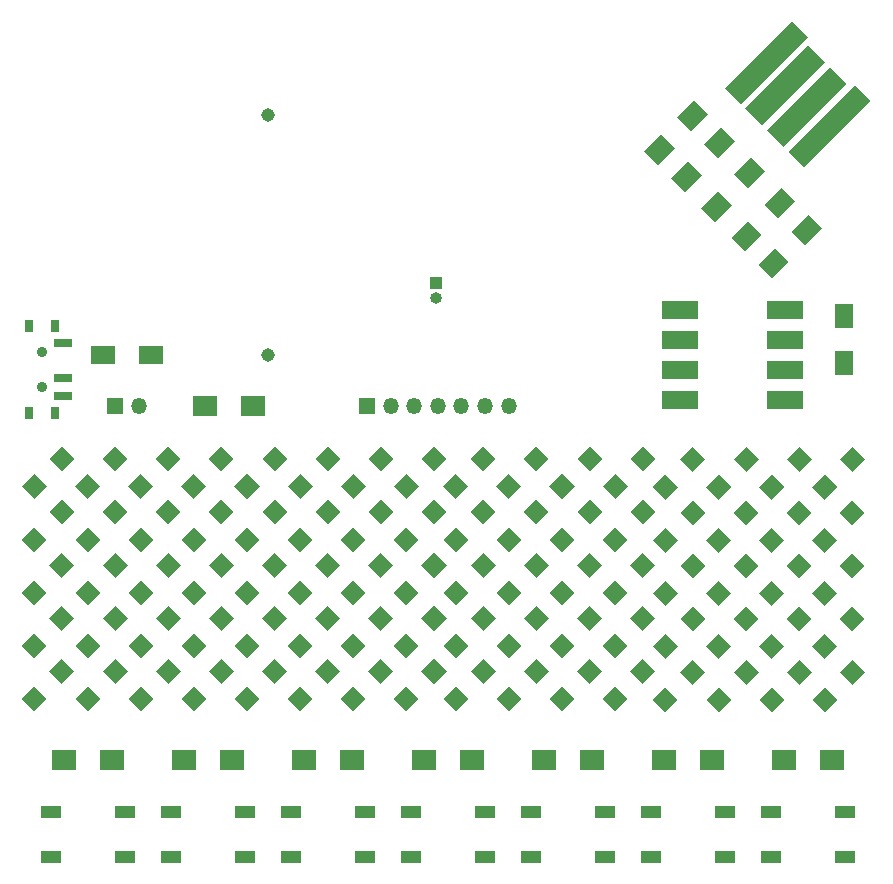
<source format=gbr>
G04 #@! TF.FileFunction,Soldermask,Top*
%FSLAX46Y46*%
G04 Gerber Fmt 4.6, Leading zero omitted, Abs format (unit mm)*
G04 Created by KiCad (PCBNEW 4.0.6) date 06/29/17 03:27:00*
%MOMM*%
%LPD*%
G01*
G04 APERTURE LIST*
%ADD10C,0.100000*%
%ADD11C,1.143000*%
%ADD12R,1.000000X1.000000*%
%ADD13O,1.000000X1.000000*%
%ADD14R,2.000000X1.700000*%
%ADD15R,3.100000X1.600000*%
%ADD16R,1.600000X2.000000*%
%ADD17C,0.900000*%
%ADD18R,1.500000X0.700000*%
%ADD19R,0.800000X1.000000*%
%ADD20R,1.350000X1.350000*%
%ADD21O,1.350000X1.350000*%
%ADD22R,1.700000X1.000000*%
%ADD23R,2.000000X1.600000*%
G04 APERTURE END LIST*
D10*
D11*
X195580000Y-60960000D03*
X195580000Y-81280000D03*
D10*
G36*
X241261279Y-54384070D02*
X235604424Y-60040925D01*
X234260921Y-58697422D01*
X239917776Y-53040567D01*
X241261279Y-54384070D01*
X241261279Y-54384070D01*
G37*
G36*
X246649433Y-59772224D02*
X240992578Y-65429079D01*
X239649075Y-64085576D01*
X245305930Y-58428721D01*
X246649433Y-59772224D01*
X246649433Y-59772224D01*
G37*
G36*
X244556396Y-58386295D02*
X239253095Y-63689596D01*
X237838882Y-62275383D01*
X243142183Y-56972082D01*
X244556396Y-58386295D01*
X244556396Y-58386295D01*
G37*
G36*
X242717918Y-56547817D02*
X237414617Y-61851118D01*
X236000404Y-60436905D01*
X241303705Y-55133604D01*
X242717918Y-56547817D01*
X242717918Y-56547817D01*
G37*
D12*
X209804000Y-75184000D03*
D13*
X209804000Y-76454000D03*
D10*
G36*
X230889720Y-67492362D02*
X229687638Y-66290280D01*
X231101852Y-64876066D01*
X232303934Y-66078148D01*
X230889720Y-67492362D01*
X230889720Y-67492362D01*
G37*
G36*
X233718148Y-64663934D02*
X232516066Y-63461852D01*
X233930280Y-62047638D01*
X235132362Y-63249720D01*
X233718148Y-64663934D01*
X233718148Y-64663934D01*
G37*
G36*
X233429720Y-70032362D02*
X232227638Y-68830280D01*
X233641852Y-67416066D01*
X234843934Y-68618148D01*
X233429720Y-70032362D01*
X233429720Y-70032362D01*
G37*
G36*
X236258148Y-67203934D02*
X235056066Y-66001852D01*
X236470280Y-64587638D01*
X237672362Y-65789720D01*
X236258148Y-67203934D01*
X236258148Y-67203934D01*
G37*
G36*
X231644280Y-59761638D02*
X232846362Y-60963720D01*
X231432148Y-62377934D01*
X230230066Y-61175852D01*
X231644280Y-59761638D01*
X231644280Y-59761638D01*
G37*
G36*
X228815852Y-62590066D02*
X230017934Y-63792148D01*
X228603720Y-65206362D01*
X227401638Y-64004280D01*
X228815852Y-62590066D01*
X228815852Y-62590066D01*
G37*
D14*
X190278000Y-85598000D03*
X194278000Y-85598000D03*
X182340000Y-115570000D03*
X178340000Y-115570000D03*
X192500000Y-115570000D03*
X188500000Y-115570000D03*
X202660000Y-115570000D03*
X198660000Y-115570000D03*
X212820000Y-115570000D03*
X208820000Y-115570000D03*
X222980000Y-115570000D03*
X218980000Y-115570000D03*
X233140000Y-115570000D03*
X229140000Y-115570000D03*
X243300000Y-115570000D03*
X239300000Y-115570000D03*
D15*
X230505000Y-77470000D03*
X239395000Y-85090000D03*
X230505000Y-80010000D03*
X239395000Y-82550000D03*
X230505000Y-82550000D03*
X239395000Y-80010000D03*
X230505000Y-85090000D03*
X239395000Y-77470000D03*
D16*
X244348000Y-78010000D03*
X244348000Y-82010000D03*
D17*
X176454000Y-81050000D03*
X176454000Y-84050000D03*
D18*
X178214000Y-80300000D03*
X178214000Y-83300000D03*
X178214000Y-84800000D03*
D19*
X175354000Y-78900000D03*
X175354000Y-86200000D03*
X177564000Y-86200000D03*
X177564000Y-78900000D03*
D20*
X182626000Y-85598000D03*
D21*
X184626000Y-85598000D03*
D20*
X203962000Y-85598000D03*
D21*
X205962000Y-85598000D03*
X207962000Y-85598000D03*
X209962000Y-85598000D03*
X211962000Y-85598000D03*
X213962000Y-85598000D03*
X215962000Y-85598000D03*
D22*
X177190000Y-120020000D03*
X183490000Y-120020000D03*
X177190000Y-123820000D03*
X183490000Y-123820000D03*
X187350000Y-120020000D03*
X193650000Y-120020000D03*
X187350000Y-123820000D03*
X193650000Y-123820000D03*
X197510000Y-120020000D03*
X203810000Y-120020000D03*
X197510000Y-123820000D03*
X203810000Y-123820000D03*
X207670000Y-120020000D03*
X213970000Y-120020000D03*
X207670000Y-123820000D03*
X213970000Y-123820000D03*
X217830000Y-120020000D03*
X224130000Y-120020000D03*
X217830000Y-123820000D03*
X224130000Y-123820000D03*
X227990000Y-120020000D03*
X234290000Y-120020000D03*
X227990000Y-123820000D03*
X234290000Y-123820000D03*
X238150000Y-120020000D03*
X244450000Y-120020000D03*
X238150000Y-123820000D03*
X244450000Y-123820000D03*
D10*
G36*
X235934365Y-72537006D02*
X234802994Y-71405635D01*
X236217207Y-69991422D01*
X237348578Y-71122793D01*
X235934365Y-72537006D01*
X235934365Y-72537006D01*
G37*
G36*
X238762793Y-69708578D02*
X237631422Y-68577207D01*
X239045635Y-67162994D01*
X240177006Y-68294365D01*
X238762793Y-69708578D01*
X238762793Y-69708578D01*
G37*
G36*
X238220365Y-74823006D02*
X237088994Y-73691635D01*
X238503207Y-72277422D01*
X239634578Y-73408793D01*
X238220365Y-74823006D01*
X238220365Y-74823006D01*
G37*
G36*
X241048793Y-71994578D02*
X239917422Y-70863207D01*
X241331635Y-69448994D01*
X242463006Y-70580365D01*
X241048793Y-71994578D01*
X241048793Y-71994578D01*
G37*
D23*
X181642000Y-81280000D03*
X185642000Y-81280000D03*
D10*
G36*
X182636726Y-89042614D02*
X183697386Y-90103274D01*
X182636726Y-91163934D01*
X181576066Y-90103274D01*
X182636726Y-89042614D01*
X182636726Y-89042614D01*
G37*
G36*
X180303274Y-91376066D02*
X181363934Y-92436726D01*
X180303274Y-93497386D01*
X179242614Y-92436726D01*
X180303274Y-91376066D01*
X180303274Y-91376066D01*
G37*
G36*
X191636726Y-89042614D02*
X192697386Y-90103274D01*
X191636726Y-91163934D01*
X190576066Y-90103274D01*
X191636726Y-89042614D01*
X191636726Y-89042614D01*
G37*
G36*
X189303274Y-91376066D02*
X190363934Y-92436726D01*
X189303274Y-93497386D01*
X188242614Y-92436726D01*
X189303274Y-91376066D01*
X189303274Y-91376066D01*
G37*
G36*
X209636726Y-89042614D02*
X210697386Y-90103274D01*
X209636726Y-91163934D01*
X208576066Y-90103274D01*
X209636726Y-89042614D01*
X209636726Y-89042614D01*
G37*
G36*
X207303274Y-91376066D02*
X208363934Y-92436726D01*
X207303274Y-93497386D01*
X206242614Y-92436726D01*
X207303274Y-91376066D01*
X207303274Y-91376066D01*
G37*
G36*
X227306726Y-89042614D02*
X228367386Y-90103274D01*
X227306726Y-91163934D01*
X226246066Y-90103274D01*
X227306726Y-89042614D01*
X227306726Y-89042614D01*
G37*
G36*
X224973274Y-91376066D02*
X226033934Y-92436726D01*
X224973274Y-93497386D01*
X223912614Y-92436726D01*
X224973274Y-91376066D01*
X224973274Y-91376066D01*
G37*
G36*
X245061726Y-89097614D02*
X246122386Y-90158274D01*
X245061726Y-91218934D01*
X244001066Y-90158274D01*
X245061726Y-89097614D01*
X245061726Y-89097614D01*
G37*
G36*
X242728274Y-91431066D02*
X243788934Y-92491726D01*
X242728274Y-93552386D01*
X241667614Y-92491726D01*
X242728274Y-91431066D01*
X242728274Y-91431066D01*
G37*
G36*
X187136726Y-89042614D02*
X188197386Y-90103274D01*
X187136726Y-91163934D01*
X186076066Y-90103274D01*
X187136726Y-89042614D01*
X187136726Y-89042614D01*
G37*
G36*
X184803274Y-91376066D02*
X185863934Y-92436726D01*
X184803274Y-93497386D01*
X183742614Y-92436726D01*
X184803274Y-91376066D01*
X184803274Y-91376066D01*
G37*
G36*
X205136726Y-89042614D02*
X206197386Y-90103274D01*
X205136726Y-91163934D01*
X204076066Y-90103274D01*
X205136726Y-89042614D01*
X205136726Y-89042614D01*
G37*
G36*
X202803274Y-91376066D02*
X203863934Y-92436726D01*
X202803274Y-93497386D01*
X201742614Y-92436726D01*
X202803274Y-91376066D01*
X202803274Y-91376066D01*
G37*
G36*
X222806726Y-89042614D02*
X223867386Y-90103274D01*
X222806726Y-91163934D01*
X221746066Y-90103274D01*
X222806726Y-89042614D01*
X222806726Y-89042614D01*
G37*
G36*
X220473274Y-91376066D02*
X221533934Y-92436726D01*
X220473274Y-93497386D01*
X219412614Y-92436726D01*
X220473274Y-91376066D01*
X220473274Y-91376066D01*
G37*
G36*
X240561726Y-89097614D02*
X241622386Y-90158274D01*
X240561726Y-91218934D01*
X239501066Y-90158274D01*
X240561726Y-89097614D01*
X240561726Y-89097614D01*
G37*
G36*
X238228274Y-91431066D02*
X239288934Y-92491726D01*
X238228274Y-93552386D01*
X237167614Y-92491726D01*
X238228274Y-91431066D01*
X238228274Y-91431066D01*
G37*
G36*
X200636726Y-89042614D02*
X201697386Y-90103274D01*
X200636726Y-91163934D01*
X199576066Y-90103274D01*
X200636726Y-89042614D01*
X200636726Y-89042614D01*
G37*
G36*
X198303274Y-91376066D02*
X199363934Y-92436726D01*
X198303274Y-93497386D01*
X197242614Y-92436726D01*
X198303274Y-91376066D01*
X198303274Y-91376066D01*
G37*
G36*
X218306726Y-89042614D02*
X219367386Y-90103274D01*
X218306726Y-91163934D01*
X217246066Y-90103274D01*
X218306726Y-89042614D01*
X218306726Y-89042614D01*
G37*
G36*
X215973274Y-91376066D02*
X217033934Y-92436726D01*
X215973274Y-93497386D01*
X214912614Y-92436726D01*
X215973274Y-91376066D01*
X215973274Y-91376066D01*
G37*
G36*
X236061726Y-89097614D02*
X237122386Y-90158274D01*
X236061726Y-91218934D01*
X235001066Y-90158274D01*
X236061726Y-89097614D01*
X236061726Y-89097614D01*
G37*
G36*
X233728274Y-91431066D02*
X234788934Y-92491726D01*
X233728274Y-93552386D01*
X232667614Y-92491726D01*
X233728274Y-91431066D01*
X233728274Y-91431066D01*
G37*
G36*
X178136726Y-89042614D02*
X179197386Y-90103274D01*
X178136726Y-91163934D01*
X177076066Y-90103274D01*
X178136726Y-89042614D01*
X178136726Y-89042614D01*
G37*
G36*
X175803274Y-91376066D02*
X176863934Y-92436726D01*
X175803274Y-93497386D01*
X174742614Y-92436726D01*
X175803274Y-91376066D01*
X175803274Y-91376066D01*
G37*
G36*
X196136726Y-89042614D02*
X197197386Y-90103274D01*
X196136726Y-91163934D01*
X195076066Y-90103274D01*
X196136726Y-89042614D01*
X196136726Y-89042614D01*
G37*
G36*
X193803274Y-91376066D02*
X194863934Y-92436726D01*
X193803274Y-93497386D01*
X192742614Y-92436726D01*
X193803274Y-91376066D01*
X193803274Y-91376066D01*
G37*
G36*
X213806726Y-89042614D02*
X214867386Y-90103274D01*
X213806726Y-91163934D01*
X212746066Y-90103274D01*
X213806726Y-89042614D01*
X213806726Y-89042614D01*
G37*
G36*
X211473274Y-91376066D02*
X212533934Y-92436726D01*
X211473274Y-93497386D01*
X210412614Y-92436726D01*
X211473274Y-91376066D01*
X211473274Y-91376066D01*
G37*
G36*
X231561726Y-89097614D02*
X232622386Y-90158274D01*
X231561726Y-91218934D01*
X230501066Y-90158274D01*
X231561726Y-89097614D01*
X231561726Y-89097614D01*
G37*
G36*
X229228274Y-91431066D02*
X230288934Y-92491726D01*
X229228274Y-93552386D01*
X228167614Y-92491726D01*
X229228274Y-91431066D01*
X229228274Y-91431066D01*
G37*
G36*
X178136726Y-93542614D02*
X179197386Y-94603274D01*
X178136726Y-95663934D01*
X177076066Y-94603274D01*
X178136726Y-93542614D01*
X178136726Y-93542614D01*
G37*
G36*
X175803274Y-95876066D02*
X176863934Y-96936726D01*
X175803274Y-97997386D01*
X174742614Y-96936726D01*
X175803274Y-95876066D01*
X175803274Y-95876066D01*
G37*
G36*
X196136726Y-93542614D02*
X197197386Y-94603274D01*
X196136726Y-95663934D01*
X195076066Y-94603274D01*
X196136726Y-93542614D01*
X196136726Y-93542614D01*
G37*
G36*
X193803274Y-95876066D02*
X194863934Y-96936726D01*
X193803274Y-97997386D01*
X192742614Y-96936726D01*
X193803274Y-95876066D01*
X193803274Y-95876066D01*
G37*
G36*
X213806726Y-93542614D02*
X214867386Y-94603274D01*
X213806726Y-95663934D01*
X212746066Y-94603274D01*
X213806726Y-93542614D01*
X213806726Y-93542614D01*
G37*
G36*
X211473274Y-95876066D02*
X212533934Y-96936726D01*
X211473274Y-97997386D01*
X210412614Y-96936726D01*
X211473274Y-95876066D01*
X211473274Y-95876066D01*
G37*
G36*
X231561726Y-93597614D02*
X232622386Y-94658274D01*
X231561726Y-95718934D01*
X230501066Y-94658274D01*
X231561726Y-93597614D01*
X231561726Y-93597614D01*
G37*
G36*
X229228274Y-95931066D02*
X230288934Y-96991726D01*
X229228274Y-98052386D01*
X228167614Y-96991726D01*
X229228274Y-95931066D01*
X229228274Y-95931066D01*
G37*
G36*
X182636726Y-93542614D02*
X183697386Y-94603274D01*
X182636726Y-95663934D01*
X181576066Y-94603274D01*
X182636726Y-93542614D01*
X182636726Y-93542614D01*
G37*
G36*
X180303274Y-95876066D02*
X181363934Y-96936726D01*
X180303274Y-97997386D01*
X179242614Y-96936726D01*
X180303274Y-95876066D01*
X180303274Y-95876066D01*
G37*
G36*
X200636726Y-93542614D02*
X201697386Y-94603274D01*
X200636726Y-95663934D01*
X199576066Y-94603274D01*
X200636726Y-93542614D01*
X200636726Y-93542614D01*
G37*
G36*
X198303274Y-95876066D02*
X199363934Y-96936726D01*
X198303274Y-97997386D01*
X197242614Y-96936726D01*
X198303274Y-95876066D01*
X198303274Y-95876066D01*
G37*
G36*
X218306726Y-93542614D02*
X219367386Y-94603274D01*
X218306726Y-95663934D01*
X217246066Y-94603274D01*
X218306726Y-93542614D01*
X218306726Y-93542614D01*
G37*
G36*
X215973274Y-95876066D02*
X217033934Y-96936726D01*
X215973274Y-97997386D01*
X214912614Y-96936726D01*
X215973274Y-95876066D01*
X215973274Y-95876066D01*
G37*
G36*
X236061726Y-93597614D02*
X237122386Y-94658274D01*
X236061726Y-95718934D01*
X235001066Y-94658274D01*
X236061726Y-93597614D01*
X236061726Y-93597614D01*
G37*
G36*
X233728274Y-95931066D02*
X234788934Y-96991726D01*
X233728274Y-98052386D01*
X232667614Y-96991726D01*
X233728274Y-95931066D01*
X233728274Y-95931066D01*
G37*
G36*
X187136726Y-93542614D02*
X188197386Y-94603274D01*
X187136726Y-95663934D01*
X186076066Y-94603274D01*
X187136726Y-93542614D01*
X187136726Y-93542614D01*
G37*
G36*
X184803274Y-95876066D02*
X185863934Y-96936726D01*
X184803274Y-97997386D01*
X183742614Y-96936726D01*
X184803274Y-95876066D01*
X184803274Y-95876066D01*
G37*
G36*
X205136726Y-93542614D02*
X206197386Y-94603274D01*
X205136726Y-95663934D01*
X204076066Y-94603274D01*
X205136726Y-93542614D01*
X205136726Y-93542614D01*
G37*
G36*
X202803274Y-95876066D02*
X203863934Y-96936726D01*
X202803274Y-97997386D01*
X201742614Y-96936726D01*
X202803274Y-95876066D01*
X202803274Y-95876066D01*
G37*
G36*
X222806726Y-93542614D02*
X223867386Y-94603274D01*
X222806726Y-95663934D01*
X221746066Y-94603274D01*
X222806726Y-93542614D01*
X222806726Y-93542614D01*
G37*
G36*
X220473274Y-95876066D02*
X221533934Y-96936726D01*
X220473274Y-97997386D01*
X219412614Y-96936726D01*
X220473274Y-95876066D01*
X220473274Y-95876066D01*
G37*
G36*
X240561726Y-93597614D02*
X241622386Y-94658274D01*
X240561726Y-95718934D01*
X239501066Y-94658274D01*
X240561726Y-93597614D01*
X240561726Y-93597614D01*
G37*
G36*
X238228274Y-95931066D02*
X239288934Y-96991726D01*
X238228274Y-98052386D01*
X237167614Y-96991726D01*
X238228274Y-95931066D01*
X238228274Y-95931066D01*
G37*
G36*
X191636726Y-93542614D02*
X192697386Y-94603274D01*
X191636726Y-95663934D01*
X190576066Y-94603274D01*
X191636726Y-93542614D01*
X191636726Y-93542614D01*
G37*
G36*
X189303274Y-95876066D02*
X190363934Y-96936726D01*
X189303274Y-97997386D01*
X188242614Y-96936726D01*
X189303274Y-95876066D01*
X189303274Y-95876066D01*
G37*
G36*
X209636726Y-93542614D02*
X210697386Y-94603274D01*
X209636726Y-95663934D01*
X208576066Y-94603274D01*
X209636726Y-93542614D01*
X209636726Y-93542614D01*
G37*
G36*
X207303274Y-95876066D02*
X208363934Y-96936726D01*
X207303274Y-97997386D01*
X206242614Y-96936726D01*
X207303274Y-95876066D01*
X207303274Y-95876066D01*
G37*
G36*
X227306726Y-93542614D02*
X228367386Y-94603274D01*
X227306726Y-95663934D01*
X226246066Y-94603274D01*
X227306726Y-93542614D01*
X227306726Y-93542614D01*
G37*
G36*
X224973274Y-95876066D02*
X226033934Y-96936726D01*
X224973274Y-97997386D01*
X223912614Y-96936726D01*
X224973274Y-95876066D01*
X224973274Y-95876066D01*
G37*
G36*
X245061726Y-93597614D02*
X246122386Y-94658274D01*
X245061726Y-95718934D01*
X244001066Y-94658274D01*
X245061726Y-93597614D01*
X245061726Y-93597614D01*
G37*
G36*
X242728274Y-95931066D02*
X243788934Y-96991726D01*
X242728274Y-98052386D01*
X241667614Y-96991726D01*
X242728274Y-95931066D01*
X242728274Y-95931066D01*
G37*
G36*
X178136726Y-98042614D02*
X179197386Y-99103274D01*
X178136726Y-100163934D01*
X177076066Y-99103274D01*
X178136726Y-98042614D01*
X178136726Y-98042614D01*
G37*
G36*
X175803274Y-100376066D02*
X176863934Y-101436726D01*
X175803274Y-102497386D01*
X174742614Y-101436726D01*
X175803274Y-100376066D01*
X175803274Y-100376066D01*
G37*
G36*
X209636726Y-98042614D02*
X210697386Y-99103274D01*
X209636726Y-100163934D01*
X208576066Y-99103274D01*
X209636726Y-98042614D01*
X209636726Y-98042614D01*
G37*
G36*
X207303274Y-100376066D02*
X208363934Y-101436726D01*
X207303274Y-102497386D01*
X206242614Y-101436726D01*
X207303274Y-100376066D01*
X207303274Y-100376066D01*
G37*
G36*
X227306726Y-98042614D02*
X228367386Y-99103274D01*
X227306726Y-100163934D01*
X226246066Y-99103274D01*
X227306726Y-98042614D01*
X227306726Y-98042614D01*
G37*
G36*
X224973274Y-100376066D02*
X226033934Y-101436726D01*
X224973274Y-102497386D01*
X223912614Y-101436726D01*
X224973274Y-100376066D01*
X224973274Y-100376066D01*
G37*
G36*
X245061726Y-98097614D02*
X246122386Y-99158274D01*
X245061726Y-100218934D01*
X244001066Y-99158274D01*
X245061726Y-98097614D01*
X245061726Y-98097614D01*
G37*
G36*
X242728274Y-100431066D02*
X243788934Y-101491726D01*
X242728274Y-102552386D01*
X241667614Y-101491726D01*
X242728274Y-100431066D01*
X242728274Y-100431066D01*
G37*
G36*
X182636726Y-98042614D02*
X183697386Y-99103274D01*
X182636726Y-100163934D01*
X181576066Y-99103274D01*
X182636726Y-98042614D01*
X182636726Y-98042614D01*
G37*
G36*
X180303274Y-100376066D02*
X181363934Y-101436726D01*
X180303274Y-102497386D01*
X179242614Y-101436726D01*
X180303274Y-100376066D01*
X180303274Y-100376066D01*
G37*
G36*
X205136726Y-98042614D02*
X206197386Y-99103274D01*
X205136726Y-100163934D01*
X204076066Y-99103274D01*
X205136726Y-98042614D01*
X205136726Y-98042614D01*
G37*
G36*
X202803274Y-100376066D02*
X203863934Y-101436726D01*
X202803274Y-102497386D01*
X201742614Y-101436726D01*
X202803274Y-100376066D01*
X202803274Y-100376066D01*
G37*
G36*
X222806726Y-98042614D02*
X223867386Y-99103274D01*
X222806726Y-100163934D01*
X221746066Y-99103274D01*
X222806726Y-98042614D01*
X222806726Y-98042614D01*
G37*
G36*
X220473274Y-100376066D02*
X221533934Y-101436726D01*
X220473274Y-102497386D01*
X219412614Y-101436726D01*
X220473274Y-100376066D01*
X220473274Y-100376066D01*
G37*
G36*
X240561726Y-98097614D02*
X241622386Y-99158274D01*
X240561726Y-100218934D01*
X239501066Y-99158274D01*
X240561726Y-98097614D01*
X240561726Y-98097614D01*
G37*
G36*
X238228274Y-100431066D02*
X239288934Y-101491726D01*
X238228274Y-102552386D01*
X237167614Y-101491726D01*
X238228274Y-100431066D01*
X238228274Y-100431066D01*
G37*
G36*
X187136726Y-98042614D02*
X188197386Y-99103274D01*
X187136726Y-100163934D01*
X186076066Y-99103274D01*
X187136726Y-98042614D01*
X187136726Y-98042614D01*
G37*
G36*
X184803274Y-100376066D02*
X185863934Y-101436726D01*
X184803274Y-102497386D01*
X183742614Y-101436726D01*
X184803274Y-100376066D01*
X184803274Y-100376066D01*
G37*
G36*
X200636726Y-98042614D02*
X201697386Y-99103274D01*
X200636726Y-100163934D01*
X199576066Y-99103274D01*
X200636726Y-98042614D01*
X200636726Y-98042614D01*
G37*
G36*
X198303274Y-100376066D02*
X199363934Y-101436726D01*
X198303274Y-102497386D01*
X197242614Y-101436726D01*
X198303274Y-100376066D01*
X198303274Y-100376066D01*
G37*
G36*
X218306726Y-98042614D02*
X219367386Y-99103274D01*
X218306726Y-100163934D01*
X217246066Y-99103274D01*
X218306726Y-98042614D01*
X218306726Y-98042614D01*
G37*
G36*
X215973274Y-100376066D02*
X217033934Y-101436726D01*
X215973274Y-102497386D01*
X214912614Y-101436726D01*
X215973274Y-100376066D01*
X215973274Y-100376066D01*
G37*
G36*
X236061726Y-98097614D02*
X237122386Y-99158274D01*
X236061726Y-100218934D01*
X235001066Y-99158274D01*
X236061726Y-98097614D01*
X236061726Y-98097614D01*
G37*
G36*
X233728274Y-100431066D02*
X234788934Y-101491726D01*
X233728274Y-102552386D01*
X232667614Y-101491726D01*
X233728274Y-100431066D01*
X233728274Y-100431066D01*
G37*
G36*
X191636726Y-98042614D02*
X192697386Y-99103274D01*
X191636726Y-100163934D01*
X190576066Y-99103274D01*
X191636726Y-98042614D01*
X191636726Y-98042614D01*
G37*
G36*
X189303274Y-100376066D02*
X190363934Y-101436726D01*
X189303274Y-102497386D01*
X188242614Y-101436726D01*
X189303274Y-100376066D01*
X189303274Y-100376066D01*
G37*
G36*
X196136726Y-98042614D02*
X197197386Y-99103274D01*
X196136726Y-100163934D01*
X195076066Y-99103274D01*
X196136726Y-98042614D01*
X196136726Y-98042614D01*
G37*
G36*
X193803274Y-100376066D02*
X194863934Y-101436726D01*
X193803274Y-102497386D01*
X192742614Y-101436726D01*
X193803274Y-100376066D01*
X193803274Y-100376066D01*
G37*
G36*
X213806726Y-98042614D02*
X214867386Y-99103274D01*
X213806726Y-100163934D01*
X212746066Y-99103274D01*
X213806726Y-98042614D01*
X213806726Y-98042614D01*
G37*
G36*
X211473274Y-100376066D02*
X212533934Y-101436726D01*
X211473274Y-102497386D01*
X210412614Y-101436726D01*
X211473274Y-100376066D01*
X211473274Y-100376066D01*
G37*
G36*
X231561726Y-98097614D02*
X232622386Y-99158274D01*
X231561726Y-100218934D01*
X230501066Y-99158274D01*
X231561726Y-98097614D01*
X231561726Y-98097614D01*
G37*
G36*
X229228274Y-100431066D02*
X230288934Y-101491726D01*
X229228274Y-102552386D01*
X228167614Y-101491726D01*
X229228274Y-100431066D01*
X229228274Y-100431066D01*
G37*
G36*
X191636726Y-102542614D02*
X192697386Y-103603274D01*
X191636726Y-104663934D01*
X190576066Y-103603274D01*
X191636726Y-102542614D01*
X191636726Y-102542614D01*
G37*
G36*
X189303274Y-104876066D02*
X190363934Y-105936726D01*
X189303274Y-106997386D01*
X188242614Y-105936726D01*
X189303274Y-104876066D01*
X189303274Y-104876066D01*
G37*
G36*
X196136726Y-102542614D02*
X197197386Y-103603274D01*
X196136726Y-104663934D01*
X195076066Y-103603274D01*
X196136726Y-102542614D01*
X196136726Y-102542614D01*
G37*
G36*
X193803274Y-104876066D02*
X194863934Y-105936726D01*
X193803274Y-106997386D01*
X192742614Y-105936726D01*
X193803274Y-104876066D01*
X193803274Y-104876066D01*
G37*
G36*
X213806726Y-102542614D02*
X214867386Y-103603274D01*
X213806726Y-104663934D01*
X212746066Y-103603274D01*
X213806726Y-102542614D01*
X213806726Y-102542614D01*
G37*
G36*
X211473274Y-104876066D02*
X212533934Y-105936726D01*
X211473274Y-106997386D01*
X210412614Y-105936726D01*
X211473274Y-104876066D01*
X211473274Y-104876066D01*
G37*
G36*
X231561726Y-102597614D02*
X232622386Y-103658274D01*
X231561726Y-104718934D01*
X230501066Y-103658274D01*
X231561726Y-102597614D01*
X231561726Y-102597614D01*
G37*
G36*
X229228274Y-104931066D02*
X230288934Y-105991726D01*
X229228274Y-107052386D01*
X228167614Y-105991726D01*
X229228274Y-104931066D01*
X229228274Y-104931066D01*
G37*
G36*
X187136726Y-102542614D02*
X188197386Y-103603274D01*
X187136726Y-104663934D01*
X186076066Y-103603274D01*
X187136726Y-102542614D01*
X187136726Y-102542614D01*
G37*
G36*
X184803274Y-104876066D02*
X185863934Y-105936726D01*
X184803274Y-106997386D01*
X183742614Y-105936726D01*
X184803274Y-104876066D01*
X184803274Y-104876066D01*
G37*
G36*
X200636726Y-102542614D02*
X201697386Y-103603274D01*
X200636726Y-104663934D01*
X199576066Y-103603274D01*
X200636726Y-102542614D01*
X200636726Y-102542614D01*
G37*
G36*
X198303274Y-104876066D02*
X199363934Y-105936726D01*
X198303274Y-106997386D01*
X197242614Y-105936726D01*
X198303274Y-104876066D01*
X198303274Y-104876066D01*
G37*
G36*
X218306726Y-102542614D02*
X219367386Y-103603274D01*
X218306726Y-104663934D01*
X217246066Y-103603274D01*
X218306726Y-102542614D01*
X218306726Y-102542614D01*
G37*
G36*
X215973274Y-104876066D02*
X217033934Y-105936726D01*
X215973274Y-106997386D01*
X214912614Y-105936726D01*
X215973274Y-104876066D01*
X215973274Y-104876066D01*
G37*
G36*
X236061726Y-102597614D02*
X237122386Y-103658274D01*
X236061726Y-104718934D01*
X235001066Y-103658274D01*
X236061726Y-102597614D01*
X236061726Y-102597614D01*
G37*
G36*
X233728274Y-104931066D02*
X234788934Y-105991726D01*
X233728274Y-107052386D01*
X232667614Y-105991726D01*
X233728274Y-104931066D01*
X233728274Y-104931066D01*
G37*
G36*
X182636726Y-102542614D02*
X183697386Y-103603274D01*
X182636726Y-104663934D01*
X181576066Y-103603274D01*
X182636726Y-102542614D01*
X182636726Y-102542614D01*
G37*
G36*
X180303274Y-104876066D02*
X181363934Y-105936726D01*
X180303274Y-106997386D01*
X179242614Y-105936726D01*
X180303274Y-104876066D01*
X180303274Y-104876066D01*
G37*
G36*
X205136726Y-102542614D02*
X206197386Y-103603274D01*
X205136726Y-104663934D01*
X204076066Y-103603274D01*
X205136726Y-102542614D01*
X205136726Y-102542614D01*
G37*
G36*
X202803274Y-104876066D02*
X203863934Y-105936726D01*
X202803274Y-106997386D01*
X201742614Y-105936726D01*
X202803274Y-104876066D01*
X202803274Y-104876066D01*
G37*
G36*
X222806726Y-102542614D02*
X223867386Y-103603274D01*
X222806726Y-104663934D01*
X221746066Y-103603274D01*
X222806726Y-102542614D01*
X222806726Y-102542614D01*
G37*
G36*
X220473274Y-104876066D02*
X221533934Y-105936726D01*
X220473274Y-106997386D01*
X219412614Y-105936726D01*
X220473274Y-104876066D01*
X220473274Y-104876066D01*
G37*
G36*
X240561726Y-102597614D02*
X241622386Y-103658274D01*
X240561726Y-104718934D01*
X239501066Y-103658274D01*
X240561726Y-102597614D01*
X240561726Y-102597614D01*
G37*
G36*
X238228274Y-104931066D02*
X239288934Y-105991726D01*
X238228274Y-107052386D01*
X237167614Y-105991726D01*
X238228274Y-104931066D01*
X238228274Y-104931066D01*
G37*
G36*
X178136726Y-102542614D02*
X179197386Y-103603274D01*
X178136726Y-104663934D01*
X177076066Y-103603274D01*
X178136726Y-102542614D01*
X178136726Y-102542614D01*
G37*
G36*
X175803274Y-104876066D02*
X176863934Y-105936726D01*
X175803274Y-106997386D01*
X174742614Y-105936726D01*
X175803274Y-104876066D01*
X175803274Y-104876066D01*
G37*
G36*
X209636726Y-102542614D02*
X210697386Y-103603274D01*
X209636726Y-104663934D01*
X208576066Y-103603274D01*
X209636726Y-102542614D01*
X209636726Y-102542614D01*
G37*
G36*
X207303274Y-104876066D02*
X208363934Y-105936726D01*
X207303274Y-106997386D01*
X206242614Y-105936726D01*
X207303274Y-104876066D01*
X207303274Y-104876066D01*
G37*
G36*
X227306726Y-102542614D02*
X228367386Y-103603274D01*
X227306726Y-104663934D01*
X226246066Y-103603274D01*
X227306726Y-102542614D01*
X227306726Y-102542614D01*
G37*
G36*
X224973274Y-104876066D02*
X226033934Y-105936726D01*
X224973274Y-106997386D01*
X223912614Y-105936726D01*
X224973274Y-104876066D01*
X224973274Y-104876066D01*
G37*
G36*
X245061726Y-102597614D02*
X246122386Y-103658274D01*
X245061726Y-104718934D01*
X244001066Y-103658274D01*
X245061726Y-102597614D01*
X245061726Y-102597614D01*
G37*
G36*
X242728274Y-104931066D02*
X243788934Y-105991726D01*
X242728274Y-107052386D01*
X241667614Y-105991726D01*
X242728274Y-104931066D01*
X242728274Y-104931066D01*
G37*
G36*
X178136726Y-107042614D02*
X179197386Y-108103274D01*
X178136726Y-109163934D01*
X177076066Y-108103274D01*
X178136726Y-107042614D01*
X178136726Y-107042614D01*
G37*
G36*
X175803274Y-109376066D02*
X176863934Y-110436726D01*
X175803274Y-111497386D01*
X174742614Y-110436726D01*
X175803274Y-109376066D01*
X175803274Y-109376066D01*
G37*
G36*
X209636726Y-107042614D02*
X210697386Y-108103274D01*
X209636726Y-109163934D01*
X208576066Y-108103274D01*
X209636726Y-107042614D01*
X209636726Y-107042614D01*
G37*
G36*
X207303274Y-109376066D02*
X208363934Y-110436726D01*
X207303274Y-111497386D01*
X206242614Y-110436726D01*
X207303274Y-109376066D01*
X207303274Y-109376066D01*
G37*
G36*
X227306726Y-107042614D02*
X228367386Y-108103274D01*
X227306726Y-109163934D01*
X226246066Y-108103274D01*
X227306726Y-107042614D01*
X227306726Y-107042614D01*
G37*
G36*
X224973274Y-109376066D02*
X226033934Y-110436726D01*
X224973274Y-111497386D01*
X223912614Y-110436726D01*
X224973274Y-109376066D01*
X224973274Y-109376066D01*
G37*
G36*
X245061726Y-107097614D02*
X246122386Y-108158274D01*
X245061726Y-109218934D01*
X244001066Y-108158274D01*
X245061726Y-107097614D01*
X245061726Y-107097614D01*
G37*
G36*
X242728274Y-109431066D02*
X243788934Y-110491726D01*
X242728274Y-111552386D01*
X241667614Y-110491726D01*
X242728274Y-109431066D01*
X242728274Y-109431066D01*
G37*
G36*
X182636726Y-107042614D02*
X183697386Y-108103274D01*
X182636726Y-109163934D01*
X181576066Y-108103274D01*
X182636726Y-107042614D01*
X182636726Y-107042614D01*
G37*
G36*
X180303274Y-109376066D02*
X181363934Y-110436726D01*
X180303274Y-111497386D01*
X179242614Y-110436726D01*
X180303274Y-109376066D01*
X180303274Y-109376066D01*
G37*
G36*
X205136726Y-107042614D02*
X206197386Y-108103274D01*
X205136726Y-109163934D01*
X204076066Y-108103274D01*
X205136726Y-107042614D01*
X205136726Y-107042614D01*
G37*
G36*
X202803274Y-109376066D02*
X203863934Y-110436726D01*
X202803274Y-111497386D01*
X201742614Y-110436726D01*
X202803274Y-109376066D01*
X202803274Y-109376066D01*
G37*
G36*
X222806726Y-107042614D02*
X223867386Y-108103274D01*
X222806726Y-109163934D01*
X221746066Y-108103274D01*
X222806726Y-107042614D01*
X222806726Y-107042614D01*
G37*
G36*
X220473274Y-109376066D02*
X221533934Y-110436726D01*
X220473274Y-111497386D01*
X219412614Y-110436726D01*
X220473274Y-109376066D01*
X220473274Y-109376066D01*
G37*
G36*
X240561726Y-107097614D02*
X241622386Y-108158274D01*
X240561726Y-109218934D01*
X239501066Y-108158274D01*
X240561726Y-107097614D01*
X240561726Y-107097614D01*
G37*
G36*
X238228274Y-109431066D02*
X239288934Y-110491726D01*
X238228274Y-111552386D01*
X237167614Y-110491726D01*
X238228274Y-109431066D01*
X238228274Y-109431066D01*
G37*
G36*
X187136726Y-107042614D02*
X188197386Y-108103274D01*
X187136726Y-109163934D01*
X186076066Y-108103274D01*
X187136726Y-107042614D01*
X187136726Y-107042614D01*
G37*
G36*
X184803274Y-109376066D02*
X185863934Y-110436726D01*
X184803274Y-111497386D01*
X183742614Y-110436726D01*
X184803274Y-109376066D01*
X184803274Y-109376066D01*
G37*
G36*
X200636726Y-107042614D02*
X201697386Y-108103274D01*
X200636726Y-109163934D01*
X199576066Y-108103274D01*
X200636726Y-107042614D01*
X200636726Y-107042614D01*
G37*
G36*
X198303274Y-109376066D02*
X199363934Y-110436726D01*
X198303274Y-111497386D01*
X197242614Y-110436726D01*
X198303274Y-109376066D01*
X198303274Y-109376066D01*
G37*
G36*
X218306726Y-107042614D02*
X219367386Y-108103274D01*
X218306726Y-109163934D01*
X217246066Y-108103274D01*
X218306726Y-107042614D01*
X218306726Y-107042614D01*
G37*
G36*
X215973274Y-109376066D02*
X217033934Y-110436726D01*
X215973274Y-111497386D01*
X214912614Y-110436726D01*
X215973274Y-109376066D01*
X215973274Y-109376066D01*
G37*
G36*
X236061726Y-107097614D02*
X237122386Y-108158274D01*
X236061726Y-109218934D01*
X235001066Y-108158274D01*
X236061726Y-107097614D01*
X236061726Y-107097614D01*
G37*
G36*
X233728274Y-109431066D02*
X234788934Y-110491726D01*
X233728274Y-111552386D01*
X232667614Y-110491726D01*
X233728274Y-109431066D01*
X233728274Y-109431066D01*
G37*
G36*
X191636726Y-107042614D02*
X192697386Y-108103274D01*
X191636726Y-109163934D01*
X190576066Y-108103274D01*
X191636726Y-107042614D01*
X191636726Y-107042614D01*
G37*
G36*
X189303274Y-109376066D02*
X190363934Y-110436726D01*
X189303274Y-111497386D01*
X188242614Y-110436726D01*
X189303274Y-109376066D01*
X189303274Y-109376066D01*
G37*
G36*
X196136726Y-107042614D02*
X197197386Y-108103274D01*
X196136726Y-109163934D01*
X195076066Y-108103274D01*
X196136726Y-107042614D01*
X196136726Y-107042614D01*
G37*
G36*
X193803274Y-109376066D02*
X194863934Y-110436726D01*
X193803274Y-111497386D01*
X192742614Y-110436726D01*
X193803274Y-109376066D01*
X193803274Y-109376066D01*
G37*
G36*
X213806726Y-107042614D02*
X214867386Y-108103274D01*
X213806726Y-109163934D01*
X212746066Y-108103274D01*
X213806726Y-107042614D01*
X213806726Y-107042614D01*
G37*
G36*
X211473274Y-109376066D02*
X212533934Y-110436726D01*
X211473274Y-111497386D01*
X210412614Y-110436726D01*
X211473274Y-109376066D01*
X211473274Y-109376066D01*
G37*
G36*
X231561726Y-107097614D02*
X232622386Y-108158274D01*
X231561726Y-109218934D01*
X230501066Y-108158274D01*
X231561726Y-107097614D01*
X231561726Y-107097614D01*
G37*
G36*
X229228274Y-109431066D02*
X230288934Y-110491726D01*
X229228274Y-111552386D01*
X228167614Y-110491726D01*
X229228274Y-109431066D01*
X229228274Y-109431066D01*
G37*
M02*

</source>
